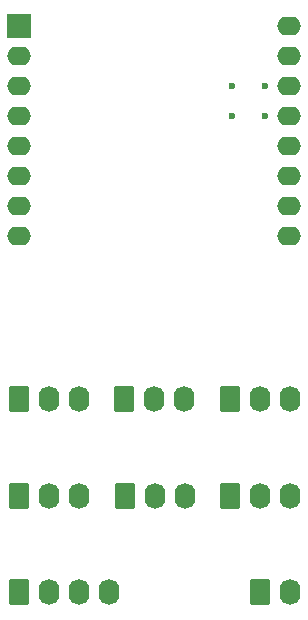
<source format=gts>
G04 #@! TF.GenerationSoftware,KiCad,Pcbnew,8.0.4*
G04 #@! TF.CreationDate,2024-07-25T20:30:30+02:00*
G04 #@! TF.ProjectId,hmmctrl,686d6d63-7472-46c2-9e6b-696361645f70,rev?*
G04 #@! TF.SameCoordinates,Original*
G04 #@! TF.FileFunction,Soldermask,Top*
G04 #@! TF.FilePolarity,Negative*
%FSLAX46Y46*%
G04 Gerber Fmt 4.6, Leading zero omitted, Abs format (unit mm)*
G04 Created by KiCad (PCBNEW 8.0.4) date 2024-07-25 20:30:30*
%MOMM*%
%LPD*%
G01*
G04 APERTURE LIST*
G04 Aperture macros list*
%AMRoundRect*
0 Rectangle with rounded corners*
0 $1 Rounding radius*
0 $2 $3 $4 $5 $6 $7 $8 $9 X,Y pos of 4 corners*
0 Add a 4 corners polygon primitive as box body*
4,1,4,$2,$3,$4,$5,$6,$7,$8,$9,$2,$3,0*
0 Add four circle primitives for the rounded corners*
1,1,$1+$1,$2,$3*
1,1,$1+$1,$4,$5*
1,1,$1+$1,$6,$7*
1,1,$1+$1,$8,$9*
0 Add four rect primitives between the rounded corners*
20,1,$1+$1,$2,$3,$4,$5,0*
20,1,$1+$1,$4,$5,$6,$7,0*
20,1,$1+$1,$6,$7,$8,$9,0*
20,1,$1+$1,$8,$9,$2,$3,0*%
G04 Aperture macros list end*
%ADD10RoundRect,0.250000X-0.620000X-0.845000X0.620000X-0.845000X0.620000X0.845000X-0.620000X0.845000X0*%
%ADD11O,1.740000X2.190000*%
%ADD12R,2.000000X2.000000*%
%ADD13O,2.000000X1.600000*%
%ADD14C,0.600000*%
G04 APERTURE END LIST*
D10*
X90730000Y-86230000D03*
D11*
X93270000Y-86230000D03*
X95810000Y-86230000D03*
X98350000Y-86230000D03*
D10*
X90760000Y-69850000D03*
D11*
X93300000Y-69850000D03*
X95840000Y-69850000D03*
D10*
X99675000Y-78050000D03*
D11*
X102215000Y-78050000D03*
X104755000Y-78050000D03*
X95830000Y-78050000D03*
X93290000Y-78050000D03*
D10*
X90750000Y-78050000D03*
X108620000Y-69850000D03*
D11*
X111160000Y-69850000D03*
X113700000Y-69850000D03*
D10*
X99670000Y-69850000D03*
D11*
X102210000Y-69850000D03*
X104750000Y-69850000D03*
D10*
X111160000Y-86230000D03*
D11*
X113700000Y-86230000D03*
D10*
X108600000Y-78055000D03*
D11*
X111140000Y-78055000D03*
X113680000Y-78055000D03*
D12*
X90755000Y-38310000D03*
D13*
X90755000Y-40850000D03*
X90755000Y-43390000D03*
X90755000Y-45930000D03*
X90755000Y-48470000D03*
X90755000Y-51010000D03*
X90755000Y-53550000D03*
X90755000Y-56090000D03*
X113615000Y-56090000D03*
X113615000Y-53550000D03*
X113615000Y-51010000D03*
X113615000Y-48470000D03*
X113615000Y-45930000D03*
X113615000Y-43390000D03*
X113615000Y-40850000D03*
X113615000Y-38310000D03*
D14*
X111600000Y-43400000D03*
X108800000Y-43400000D03*
X111600000Y-45900000D03*
X108800000Y-45900000D03*
M02*

</source>
